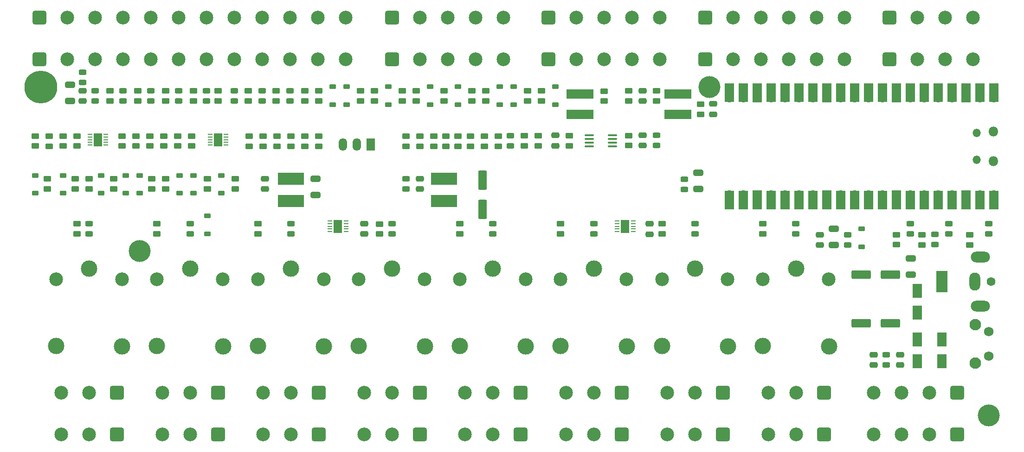
<source format=gbr>
G04 #@! TF.GenerationSoftware,KiCad,Pcbnew,8.0.4-8.0.4-0~ubuntu22.04.1*
G04 #@! TF.CreationDate,2024-08-18T17:23:00+12:00*
G04 #@! TF.ProjectId,PicoPLC,5069636f-504c-4432-9e6b-696361645f70,rev?*
G04 #@! TF.SameCoordinates,Original*
G04 #@! TF.FileFunction,Soldermask,Top*
G04 #@! TF.FilePolarity,Negative*
%FSLAX46Y46*%
G04 Gerber Fmt 4.6, Leading zero omitted, Abs format (unit mm)*
G04 Created by KiCad (PCBNEW 8.0.4-8.0.4-0~ubuntu22.04.1) date 2024-08-18 17:23:00*
%MOMM*%
%LPD*%
G01*
G04 APERTURE LIST*
G04 Aperture macros list*
%AMRoundRect*
0 Rectangle with rounded corners*
0 $1 Rounding radius*
0 $2 $3 $4 $5 $6 $7 $8 $9 X,Y pos of 4 corners*
0 Add a 4 corners polygon primitive as box body*
4,1,4,$2,$3,$4,$5,$6,$7,$8,$9,$2,$3,0*
0 Add four circle primitives for the rounded corners*
1,1,$1+$1,$2,$3*
1,1,$1+$1,$4,$5*
1,1,$1+$1,$6,$7*
1,1,$1+$1,$8,$9*
0 Add four rect primitives between the rounded corners*
20,1,$1+$1,$2,$3,$4,$5,0*
20,1,$1+$1,$4,$5,$6,$7,0*
20,1,$1+$1,$6,$7,$8,$9,0*
20,1,$1+$1,$8,$9,$2,$3,0*%
G04 Aperture macros list end*
%ADD10C,4.000000*%
%ADD11C,6.000000*%
%ADD12RoundRect,0.243750X-0.456250X0.243750X-0.456250X-0.243750X0.456250X-0.243750X0.456250X0.243750X0*%
%ADD13RoundRect,0.250000X-0.650000X0.325000X-0.650000X-0.325000X0.650000X-0.325000X0.650000X0.325000X0*%
%ADD14RoundRect,0.250000X-0.450000X0.262500X-0.450000X-0.262500X0.450000X-0.262500X0.450000X0.262500X0*%
%ADD15R,5.000000X1.800000*%
%ADD16RoundRect,0.359195X-0.890805X-0.890805X0.890805X-0.890805X0.890805X0.890805X-0.890805X0.890805X0*%
%ADD17C,2.500000*%
%ADD18RoundRect,0.225000X-0.375000X0.225000X-0.375000X-0.225000X0.375000X-0.225000X0.375000X0.225000X0*%
%ADD19RoundRect,0.250000X-0.475000X0.250000X-0.475000X-0.250000X0.475000X-0.250000X0.475000X0.250000X0*%
%ADD20RoundRect,0.250000X0.475000X-0.250000X0.475000X0.250000X-0.475000X0.250000X-0.475000X-0.250000X0*%
%ADD21RoundRect,0.250000X0.450000X-0.262500X0.450000X0.262500X-0.450000X0.262500X-0.450000X-0.262500X0*%
%ADD22RoundRect,0.359195X0.890805X0.890805X-0.890805X0.890805X-0.890805X-0.890805X0.890805X-0.890805X0*%
%ADD23O,1.800000X1.800000*%
%ADD24O,1.500000X1.500000*%
%ADD25O,1.700000X1.700000*%
%ADD26R,1.700000X3.500000*%
%ADD27R,1.700000X1.700000*%
%ADD28C,3.000000*%
%ADD29RoundRect,0.062500X-0.362500X-0.062500X0.362500X-0.062500X0.362500X0.062500X-0.362500X0.062500X0*%
%ADD30R,1.650000X2.380000*%
%ADD31RoundRect,0.250000X1.500000X0.550000X-1.500000X0.550000X-1.500000X-0.550000X1.500000X-0.550000X0*%
%ADD32R,4.800000X2.250000*%
%ADD33R,1.800000X2.500000*%
%ADD34RoundRect,0.250000X0.550000X-1.500000X0.550000X1.500000X-0.550000X1.500000X-0.550000X-1.500000X0*%
%ADD35R,1.500000X2.300000*%
%ADD36O,1.500000X2.300000*%
%ADD37RoundRect,0.250000X0.650000X-0.325000X0.650000X0.325000X-0.650000X0.325000X-0.650000X-0.325000X0*%
%ADD38O,3.500000X2.000000*%
%ADD39O,2.000000X3.300000*%
%ADD40R,2.000000X4.000000*%
%ADD41C,1.600000*%
%ADD42C,1.750000*%
%ADD43C,2.100000*%
%ADD44RoundRect,0.243750X0.456250X-0.243750X0.456250X0.243750X-0.456250X0.243750X-0.456250X-0.243750X0*%
%ADD45RoundRect,0.100000X-0.712500X-0.100000X0.712500X-0.100000X0.712500X0.100000X-0.712500X0.100000X0*%
G04 APERTURE END LIST*
D10*
X233371000Y-136200000D03*
X78371000Y-106200000D03*
D11*
X60371000Y-76200000D03*
D12*
X106045000Y-101190000D03*
X106045000Y-103065000D03*
X233345000Y-103065000D03*
X233345000Y-101190000D03*
X85510000Y-76885000D03*
X85510000Y-78760000D03*
D13*
X180340000Y-91875000D03*
X180340000Y-94825000D03*
D14*
X81580000Y-101190000D03*
X81580000Y-103015000D03*
X138765000Y-85182500D03*
X138765000Y-87007500D03*
D12*
X69215000Y-101190000D03*
X69215000Y-103065000D03*
D15*
X158750000Y-77470000D03*
X158750000Y-81170000D03*
D14*
X111125000Y-85182500D03*
X111125000Y-87007500D03*
X133985000Y-76890000D03*
X133985000Y-78715000D03*
D16*
X153035000Y-63500000D03*
X153035000Y-71120000D03*
D17*
X158115000Y-63500000D03*
X158115000Y-71120000D03*
X163195000Y-63500000D03*
X163195000Y-71120000D03*
X168275000Y-63499604D03*
X168275000Y-71119604D03*
X173355000Y-63500000D03*
X173355000Y-71120000D03*
D18*
X113665000Y-76152500D03*
X113665000Y-79452500D03*
D19*
X154305000Y-85032500D03*
X154305000Y-86932500D03*
D14*
X64435000Y-85170000D03*
X64435000Y-86995000D03*
D12*
X95670000Y-76885000D03*
X95670000Y-78760000D03*
D14*
X83185000Y-76885000D03*
X83185000Y-78710000D03*
D12*
X105830000Y-76885000D03*
X105830000Y-78760000D03*
D20*
X171450000Y-103090000D03*
X171450000Y-101190000D03*
D18*
X146685000Y-76152500D03*
X146685000Y-79452500D03*
D21*
X221153000Y-105040000D03*
X221153000Y-103215000D03*
D22*
X227630000Y-139670000D03*
X227630000Y-132050000D03*
D17*
X222550000Y-139670000D03*
X222550000Y-132050000D03*
X217470000Y-139670000D03*
X217470000Y-132050000D03*
X212390000Y-139670396D03*
X212390000Y-132050396D03*
D16*
X215265000Y-63500000D03*
X215265000Y-71120000D03*
D17*
X220345000Y-63500000D03*
X220345000Y-71120000D03*
X225425000Y-63500000D03*
X225425000Y-71120000D03*
X230505000Y-63499604D03*
X230505000Y-71119604D03*
D20*
X119380000Y-103065000D03*
X119380000Y-101165000D03*
D21*
X80589154Y-94812500D03*
X80589154Y-92987500D03*
D14*
X111125000Y-76890000D03*
X111125000Y-78715000D03*
D12*
X124460000Y-101190000D03*
X124460000Y-103065000D03*
D23*
X234185000Y-84315000D03*
D24*
X231155000Y-84615000D03*
X231155000Y-89465000D03*
D23*
X234185000Y-89765000D03*
D25*
X234315000Y-78150000D03*
D26*
X234315000Y-77250000D03*
D25*
X231775000Y-78150000D03*
D26*
X231775000Y-77250000D03*
D27*
X229235000Y-78150000D03*
D26*
X229235000Y-77250000D03*
D25*
X226695000Y-78150000D03*
D26*
X226695000Y-77250000D03*
D25*
X224155000Y-78150000D03*
D26*
X224155000Y-77250000D03*
D25*
X221615000Y-78150000D03*
D26*
X221615000Y-77250000D03*
D25*
X219075000Y-78150000D03*
D26*
X219075000Y-77250000D03*
D27*
X216535000Y-78150000D03*
D26*
X216535000Y-77250000D03*
D25*
X213995000Y-78150000D03*
D26*
X213995000Y-77250000D03*
D25*
X211455000Y-78150000D03*
D26*
X211455000Y-77250000D03*
D25*
X208915000Y-78150000D03*
D26*
X208915000Y-77250000D03*
D25*
X206375000Y-78150000D03*
D26*
X206375000Y-77250000D03*
D27*
X203835000Y-78150000D03*
D26*
X203835000Y-77250000D03*
D25*
X201295000Y-78150000D03*
D26*
X201295000Y-77250000D03*
D25*
X198755000Y-78150000D03*
D26*
X198755000Y-77250000D03*
D25*
X196215000Y-78150000D03*
D26*
X196215000Y-77250000D03*
D25*
X193675000Y-78150000D03*
D26*
X193675000Y-77250000D03*
D27*
X191135000Y-78150000D03*
D26*
X191135000Y-77250000D03*
D25*
X188595000Y-78150000D03*
D26*
X188595000Y-77250000D03*
D25*
X186055000Y-78150000D03*
D26*
X186055000Y-77250000D03*
D25*
X186055000Y-95930000D03*
D26*
X186055000Y-96830000D03*
D25*
X188595000Y-95930000D03*
D26*
X188595000Y-96830000D03*
D27*
X191135000Y-95930000D03*
D26*
X191135000Y-96830000D03*
D25*
X193675000Y-95930000D03*
D26*
X193675000Y-96830000D03*
D25*
X196215000Y-95930000D03*
D26*
X196215000Y-96830000D03*
D25*
X198755000Y-95930000D03*
D26*
X198755000Y-96830000D03*
D25*
X201295000Y-95930000D03*
D26*
X201295000Y-96830000D03*
D27*
X203835000Y-95930000D03*
D26*
X203835000Y-96830000D03*
D25*
X206375000Y-95930000D03*
D26*
X206375000Y-96830000D03*
D25*
X208915000Y-95930000D03*
D26*
X208915000Y-96830000D03*
D25*
X211455000Y-95930000D03*
D26*
X211455000Y-96830000D03*
D25*
X213995000Y-95930000D03*
D26*
X213995000Y-96830000D03*
D27*
X216535000Y-95930000D03*
D26*
X216535000Y-96830000D03*
D25*
X219075000Y-95930000D03*
D26*
X219075000Y-96830000D03*
D25*
X221615000Y-95930000D03*
D26*
X221615000Y-96830000D03*
D25*
X224155000Y-95930000D03*
D26*
X224155000Y-96830000D03*
D25*
X226695000Y-95930000D03*
D26*
X226695000Y-96830000D03*
D27*
X229235000Y-95930000D03*
D26*
X229235000Y-96830000D03*
D25*
X231775000Y-95930000D03*
D26*
X231775000Y-96830000D03*
D25*
X234315000Y-95930000D03*
D26*
X234315000Y-96830000D03*
D14*
X75230000Y-85157500D03*
X75230000Y-86982500D03*
D19*
X212390000Y-125100000D03*
X212390000Y-127000000D03*
D28*
X161290000Y-109390000D03*
D17*
X155240000Y-111340000D03*
D28*
X155240000Y-123540000D03*
X167290000Y-123590000D03*
D17*
X167240000Y-111340000D03*
D19*
X217170000Y-125100000D03*
X217170000Y-127000000D03*
D12*
X90590000Y-76885000D03*
X90590000Y-78760000D03*
D22*
X92710000Y-139670000D03*
X92710000Y-132050000D03*
D17*
X87630000Y-139670000D03*
X87630000Y-132050000D03*
X82550000Y-139670000D03*
X82550000Y-132050000D03*
D21*
X90805000Y-94812500D03*
X90805000Y-92987500D03*
X95885000Y-94812500D03*
X95885000Y-92987500D03*
D22*
X203265000Y-139670000D03*
X203265000Y-132050000D03*
D17*
X198185000Y-139670000D03*
X198185000Y-132050000D03*
X193105000Y-139670000D03*
X193105000Y-132050000D03*
D14*
X173720000Y-101190000D03*
X173720000Y-103015000D03*
X121285000Y-76890000D03*
X121285000Y-78715000D03*
X66975000Y-101190000D03*
X66975000Y-103015000D03*
D18*
X93345000Y-92330000D03*
X93345000Y-95630000D03*
D21*
X167640000Y-86882500D03*
X167640000Y-85057500D03*
D29*
X113150000Y-100645000D03*
X113150000Y-101145000D03*
X113150000Y-101645000D03*
X113150000Y-102145000D03*
X113150000Y-102645000D03*
X116050000Y-102645000D03*
X116050000Y-102145000D03*
X116050000Y-101645000D03*
X116050000Y-101145000D03*
X116050000Y-100645000D03*
D30*
X114600000Y-101645000D03*
D31*
X215425000Y-110490000D03*
X210025000Y-110490000D03*
D28*
X142875000Y-109390000D03*
D17*
X136825000Y-111340000D03*
D28*
X136825000Y-123540000D03*
X148875000Y-123590000D03*
D17*
X148825000Y-111340000D03*
D32*
X133985000Y-97000000D03*
X133985000Y-93000000D03*
D14*
X148590000Y-85090000D03*
X148590000Y-86915000D03*
D21*
X180767000Y-81170000D03*
X180767000Y-79345000D03*
D14*
X128905000Y-76890000D03*
X128905000Y-78715000D03*
D22*
X111125000Y-139670000D03*
X111125000Y-132050000D03*
D17*
X106045000Y-139670000D03*
X106045000Y-132050000D03*
X100965000Y-139670000D03*
X100965000Y-132050000D03*
D13*
X65705000Y-75790000D03*
X65705000Y-78740000D03*
D12*
X198120000Y-101190000D03*
X198120000Y-103065000D03*
D21*
X100965000Y-87007500D03*
X100965000Y-85182500D03*
D18*
X123825000Y-76152500D03*
X123825000Y-79452500D03*
D14*
X77770000Y-85157500D03*
X77770000Y-86982500D03*
D33*
X220345000Y-113475000D03*
X220345000Y-117475000D03*
D22*
X166370000Y-139670000D03*
X166370000Y-132050000D03*
D17*
X161290000Y-139670000D03*
X161290000Y-132050000D03*
X156210000Y-139670000D03*
X156210000Y-132050000D03*
D21*
X151130000Y-86927500D03*
X151130000Y-85102500D03*
X66640000Y-94812500D03*
X66640000Y-92987500D03*
D12*
X87630000Y-101190000D03*
X87630000Y-103065000D03*
X80430000Y-76885000D03*
X80430000Y-78760000D03*
D14*
X134285000Y-85182500D03*
X134285000Y-87007500D03*
D22*
X147955000Y-139670000D03*
X147955000Y-132050000D03*
D17*
X142875000Y-139670000D03*
X142875000Y-132050000D03*
X137795000Y-139670000D03*
X137795000Y-132050000D03*
D12*
X142875000Y-101190000D03*
X142875000Y-103065000D03*
D14*
X80310000Y-85145000D03*
X80310000Y-86970000D03*
D13*
X110490000Y-93000000D03*
X110490000Y-95950000D03*
D18*
X85725000Y-92330000D03*
X85725000Y-95630000D03*
D34*
X140970000Y-98585000D03*
X140970000Y-93185000D03*
D20*
X170180000Y-78742500D03*
X170180000Y-76842500D03*
D14*
X126965000Y-85182500D03*
X126965000Y-87007500D03*
X151765000Y-76890000D03*
X151765000Y-78715000D03*
D35*
X120557000Y-86692500D03*
D36*
X118017000Y-86692500D03*
X115477000Y-86692500D03*
D14*
X92710000Y-76885000D03*
X92710000Y-78710000D03*
X167640000Y-76917500D03*
X167640000Y-78742500D03*
D18*
X64435000Y-92330000D03*
X64435000Y-95630000D03*
D14*
X73025000Y-76885000D03*
X73025000Y-78710000D03*
D12*
X75350000Y-76885000D03*
X75350000Y-78760000D03*
D18*
X59355000Y-92330000D03*
X59355000Y-95630000D03*
D14*
X141305000Y-85182500D03*
X141305000Y-87007500D03*
D31*
X215425000Y-119380000D03*
X210025000Y-119380000D03*
D12*
X172720000Y-84995000D03*
X172720000Y-86870000D03*
D21*
X156845000Y-86945000D03*
X156845000Y-85120000D03*
D16*
X181610000Y-63500000D03*
X181610000Y-71120000D03*
D17*
X186690000Y-63500000D03*
X186690000Y-71120000D03*
X191770000Y-63500000D03*
X191770000Y-71120000D03*
X196850000Y-63499604D03*
X196850000Y-71119604D03*
X201930000Y-63500000D03*
X201930000Y-71120000D03*
X207010000Y-63500000D03*
X207010000Y-71120000D03*
D21*
X163195000Y-78755000D03*
X163195000Y-76930000D03*
D18*
X131445000Y-76152500D03*
X131445000Y-79452500D03*
D19*
X129540000Y-92925000D03*
X129540000Y-94825000D03*
D12*
X177800000Y-93025000D03*
X177800000Y-94900000D03*
D29*
X69335000Y-84817500D03*
X69335000Y-85317500D03*
X69335000Y-85817500D03*
X69335000Y-86317500D03*
X69335000Y-86817500D03*
X72235000Y-86817500D03*
X72235000Y-86317500D03*
X72235000Y-85817500D03*
X72235000Y-85317500D03*
X72235000Y-84817500D03*
D30*
X70785000Y-85817500D03*
D14*
X149225000Y-76890000D03*
X149225000Y-78715000D03*
X129505000Y-85182500D03*
X129505000Y-87007500D03*
X87930000Y-85170000D03*
X87930000Y-86995000D03*
D12*
X179770000Y-101190000D03*
X179770000Y-103065000D03*
D22*
X129540000Y-139670000D03*
X129540000Y-132050000D03*
D17*
X124460000Y-139670000D03*
X124460000Y-132050000D03*
X119380000Y-139670000D03*
X119380000Y-132050000D03*
D14*
X216535000Y-103202500D03*
X216535000Y-105027500D03*
D28*
X198185000Y-109390000D03*
D17*
X192135000Y-111340000D03*
D28*
X192135000Y-123540000D03*
X204185000Y-123590000D03*
D17*
X204135000Y-111340000D03*
D14*
X98217000Y-76885000D03*
X98217000Y-78710000D03*
D18*
X144145000Y-76152500D03*
X144145000Y-79452500D03*
D20*
X101265000Y-94825000D03*
X101265000Y-92925000D03*
D29*
X91260000Y-84817500D03*
X91260000Y-85317500D03*
X91260000Y-85817500D03*
X91260000Y-86317500D03*
X91260000Y-86817500D03*
X94160000Y-86817500D03*
X94160000Y-86317500D03*
X94160000Y-85817500D03*
X94160000Y-85317500D03*
X94160000Y-84817500D03*
D30*
X92710000Y-85817500D03*
D14*
X126365000Y-76890000D03*
X126365000Y-78715000D03*
X155240000Y-101190000D03*
X155240000Y-103015000D03*
X192135000Y-101190000D03*
X192135000Y-103015000D03*
X78105000Y-76885000D03*
X78105000Y-78710000D03*
D12*
X70270000Y-76885000D03*
X70270000Y-78760000D03*
D14*
X136825000Y-101190000D03*
X136825000Y-103015000D03*
D12*
X219075000Y-103065000D03*
X219075000Y-101190000D03*
D18*
X71420000Y-92330000D03*
X71420000Y-95630000D03*
D12*
X226060000Y-103065000D03*
X226060000Y-101190000D03*
X100750000Y-76885000D03*
X100750000Y-78760000D03*
D28*
X124460000Y-109390000D03*
D17*
X118410000Y-111340000D03*
D28*
X118410000Y-123540000D03*
X130460000Y-123590000D03*
D17*
X130410000Y-111340000D03*
D14*
X103297000Y-76885000D03*
X103297000Y-78710000D03*
D18*
X75865000Y-92330000D03*
X75865000Y-95630000D03*
D28*
X69215000Y-109390000D03*
D17*
X63165000Y-111340000D03*
D28*
X63165000Y-123540000D03*
X75215000Y-123590000D03*
D17*
X75165000Y-111340000D03*
D14*
X118745000Y-76890000D03*
X118745000Y-78715000D03*
D18*
X210185000Y-102127500D03*
X210185000Y-105427500D03*
D33*
X224790000Y-126365000D03*
X224790000Y-122365000D03*
D19*
X202565000Y-103177500D03*
X202565000Y-105077500D03*
D15*
X176641500Y-81170000D03*
X176641500Y-77470000D03*
D18*
X78384154Y-92330000D03*
X78384154Y-95630000D03*
D22*
X74295000Y-139700000D03*
X74295000Y-132080000D03*
D17*
X69215000Y-139700000D03*
X69215000Y-132080000D03*
X64135000Y-139700000D03*
X64135000Y-132080000D03*
D29*
X165555000Y-100645000D03*
X165555000Y-101145000D03*
X165555000Y-101645000D03*
X165555000Y-102145000D03*
X165555000Y-102645000D03*
X168455000Y-102645000D03*
X168455000Y-102145000D03*
X168455000Y-101645000D03*
X168455000Y-101145000D03*
X168455000Y-100645000D03*
D30*
X167005000Y-101645000D03*
D16*
X60110000Y-63500000D03*
X60110000Y-71120000D03*
D17*
X65190000Y-63500000D03*
X65190000Y-71120000D03*
X70270000Y-63500000D03*
X70270000Y-71120000D03*
X75350000Y-63499604D03*
X75350000Y-71119604D03*
X80430000Y-63500000D03*
X80430000Y-71120000D03*
X85510000Y-63500000D03*
X85510000Y-71120000D03*
X90590000Y-63500000D03*
X90590000Y-71120000D03*
X95670000Y-63500000D03*
X95670000Y-71120000D03*
X100750000Y-63500000D03*
X100750000Y-71120000D03*
X105830000Y-63499604D03*
X105830000Y-71119604D03*
X110910000Y-63500000D03*
X110910000Y-71120000D03*
X115990000Y-63500000D03*
X115990000Y-71120000D03*
D14*
X108585000Y-76885000D03*
X108585000Y-78710000D03*
X108585000Y-85182500D03*
X108585000Y-87007500D03*
D37*
X219112500Y-110490000D03*
X219112500Y-107540000D03*
D14*
X141605000Y-76890000D03*
X141605000Y-78715000D03*
D38*
X231798000Y-107260000D03*
X231798000Y-116260000D03*
D39*
X230798000Y-111760000D03*
D40*
X224798000Y-111760000D03*
D41*
X233798000Y-111760000D03*
D14*
X143845000Y-85182500D03*
X143845000Y-87007500D03*
X88265000Y-76885000D03*
X88265000Y-78710000D03*
D28*
X179770000Y-109390000D03*
D17*
X173720000Y-111340000D03*
D28*
X173720000Y-123540000D03*
X185770000Y-123590000D03*
D17*
X185720000Y-111340000D03*
D19*
X183053000Y-81170000D03*
X183053000Y-79270000D03*
D14*
X98425000Y-85182500D03*
X98425000Y-87007500D03*
D13*
X205105000Y-102127500D03*
X205105000Y-105077500D03*
D14*
X106045000Y-85182500D03*
X106045000Y-87007500D03*
X122220000Y-101240000D03*
X122220000Y-103065000D03*
D16*
X124460000Y-63500000D03*
X124460000Y-71120000D03*
D17*
X129540000Y-63500000D03*
X129540000Y-71120000D03*
X134620000Y-63500000D03*
X134620000Y-71120000D03*
X139700000Y-63499604D03*
X139700000Y-71119604D03*
X144780000Y-63500000D03*
X144780000Y-71120000D03*
D28*
X87630000Y-109390000D03*
D17*
X81580000Y-111340000D03*
D28*
X81580000Y-123540000D03*
X93630000Y-123590000D03*
D17*
X93580000Y-111340000D03*
D14*
X82850000Y-85157500D03*
X82850000Y-86982500D03*
D18*
X116205000Y-76152500D03*
X116205000Y-79452500D03*
D21*
X69180000Y-94812500D03*
X69180000Y-92987500D03*
D42*
X233345000Y-125415000D03*
X233345000Y-120915000D03*
D43*
X230855000Y-126675000D03*
X230855000Y-119665000D03*
D14*
X132045000Y-85182500D03*
X132045000Y-87007500D03*
X136525000Y-85182500D03*
X136525000Y-87007500D03*
D28*
X106045000Y-109390000D03*
D17*
X99995000Y-111340000D03*
D28*
X99995000Y-123540000D03*
X112045000Y-123590000D03*
D17*
X111995000Y-111340000D03*
D14*
X59355000Y-85170000D03*
X59355000Y-86995000D03*
D21*
X172720000Y-78740000D03*
X172720000Y-76915000D03*
D12*
X161290000Y-101190000D03*
X161290000Y-103065000D03*
D18*
X90805000Y-99765000D03*
X90805000Y-103065000D03*
D21*
X61560000Y-94812500D03*
X61560000Y-92987500D03*
D18*
X154305000Y-76152500D03*
X154305000Y-79452500D03*
D14*
X99995000Y-101190000D03*
X99995000Y-103015000D03*
D12*
X127000000Y-92925000D03*
X127000000Y-94800000D03*
D44*
X214630000Y-127000000D03*
X214630000Y-125125000D03*
D32*
X106045000Y-93000000D03*
X106045000Y-97000000D03*
D12*
X146050000Y-85120000D03*
X146050000Y-86995000D03*
D44*
X207645000Y-105077500D03*
X207645000Y-103202500D03*
D14*
X85390000Y-85157500D03*
X85390000Y-86982500D03*
D18*
X136525000Y-76152500D03*
X136525000Y-79452500D03*
D45*
X160447500Y-85046285D03*
X160447500Y-85696285D03*
X160447500Y-86346285D03*
X160447500Y-86996285D03*
X164672500Y-86996285D03*
X164672500Y-86346285D03*
X164672500Y-85696285D03*
X164672500Y-85046285D03*
D14*
X139065000Y-76890000D03*
X139065000Y-78715000D03*
D22*
X184850000Y-139670000D03*
X184850000Y-132050000D03*
D17*
X179770000Y-139670000D03*
X179770000Y-132050000D03*
X174690000Y-139670000D03*
X174690000Y-132050000D03*
D12*
X223520000Y-103152500D03*
X223520000Y-105027500D03*
D19*
X170180000Y-84970000D03*
X170180000Y-86870000D03*
D18*
X88265000Y-92330000D03*
X88265000Y-95630000D03*
D33*
X220345000Y-126365000D03*
X220345000Y-122365000D03*
D14*
X229870000Y-103227500D03*
X229870000Y-105052500D03*
D21*
X73625000Y-94812500D03*
X73625000Y-92987500D03*
X83185000Y-94812500D03*
X83185000Y-92987500D03*
D12*
X67991000Y-73484500D03*
X67991000Y-75359500D03*
D19*
X67991000Y-76860000D03*
X67991000Y-78760000D03*
D14*
X103505000Y-85182500D03*
X103505000Y-87007500D03*
D21*
X61895000Y-87007500D03*
X61895000Y-85182500D03*
D14*
X66975000Y-85157500D03*
X66975000Y-86982500D03*
D10*
X182371000Y-76200000D03*
M02*

</source>
